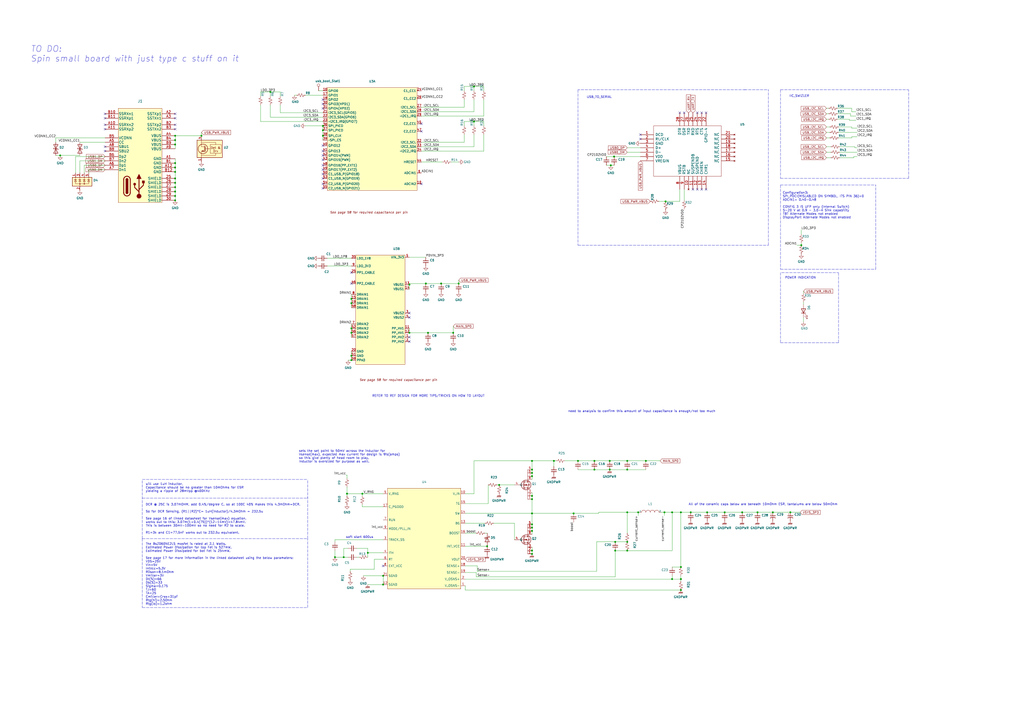
<source format=kicad_sch>
(kicad_sch (version 20211123) (generator eeschema)
  (paper "A2")
  (title_block (title "TEST_SUPPLIES") (date "2023-03-31") (rev "00"))
  (junction (at 222.25 334.01))
  (junction (at 353.695 272.415))
  (junction (at 430.53 297.18))
  (junction (at 321.31 267.335))
  (junction (at 363.855 272.415))
  (junction (at 222.25 339.09))
  (junction (at 308.61 307.975))
  (junction (at 156.845 53.34))
  (junction (at 194.31 323.215))
  (junction (at 101.6 78.74))
  (junction (at 187.325 73.025))
  (junction (at 101.6 106.045))
  (junction (at 370.205 297.18))
  (junction (at 448.31 297.18))
  (junction (at 101.6 97.155))
  (junction (at 101.6 116.205))
  (junction (at 101.6 94.615))
  (junction (at 199.39 323.215))
  (junction (at 282.575 316.865))
  (junction (at 332.74 297.815))
  (junction (at 464.82 142.24))
  (junction (at 237.49 193.04))
  (junction (at 187.325 75.565))
  (junction (at 187.325 78.74))
  (junction (at 266.065 164.465))
  (junction (at 101.6 99.695))
  (junction (at 274.955 70.485))
  (junction (at 394.97 342.265))
  (junction (at 248.285 193.04))
  (junction (at 237.49 165.1))
  (junction (at 353.695 267.335))
  (junction (at 203.835 175.895))
  (junction (at 394.97 328.93))
  (junction (at 363.855 319.405))
  (junction (at 363.855 297.18))
  (junction (at 203.835 206.375))
  (junction (at 400.685 297.18))
  (junction (at 101.6 113.665))
  (junction (at 203.835 173.355))
  (junction (at 247.015 164.465))
  (junction (at 308.61 297.815))
  (junction (at 335.28 267.335))
  (junction (at 308.61 267.335))
  (junction (at 308.61 289.56))
  (junction (at 363.855 314.325))
  (junction (at 363.855 267.335))
  (junction (at 420.37 297.18))
  (junction (at 203.835 208.915))
  (junction (at 101.6 81.28))
  (junction (at 213.36 320.675))
  (junction (at 101.6 111.125))
  (junction (at 101.6 103.505))
  (junction (at 344.805 272.415))
  (junction (at 308.61 276.225))
  (junction (at 203.835 193.04))
  (junction (at 344.805 267.335))
  (junction (at 385.445 297.18))
  (junction (at 389.89 335.915))
  (junction (at 394.97 335.915))
  (junction (at 394.97 297.18))
  (junction (at 34.925 90.17))
  (junction (at 101.6 108.585))
  (junction (at 439.42 297.18))
  (junction (at 201.295 286.385))
  (junction (at 308.61 272.415))
  (junction (at 255.905 164.465))
  (junction (at 308.61 321.31))
  (junction (at 274.955 50.165))
  (junction (at 389.89 297.18))
  (junction (at 308.61 319.405))
  (junction (at 308.61 306.07))
  (junction (at 374.65 267.335))
  (junction (at 116.84 78.74))
  (junction (at 356.87 319.405))
  (junction (at 308.61 287.655))
  (junction (at 356.235 90.805))
  (junction (at 356.87 314.325))
  (junction (at 410.21 297.18))
  (junction (at 101.6 83.82))
  (junction (at 289.56 281.305))
  (junction (at 308.61 304.165))
  (junction (at 458.47 297.18))
  (junction (at 308.61 274.32))
  (junction (at 210.185 286.385))
  (junction (at 386.08 116.84))
  (junction (at 203.835 190.5))
  (junction (at 262.89 193.04))
  (junction (at 354.33 95.885))
  (no_connect (at 409.575 109.855))
  (no_connect (at 401.955 109.855))
  (no_connect (at 407.035 109.855))
  (no_connect (at 404.495 109.855))
  (no_connect (at 187.325 109.22))
  (no_connect (at 187.325 106.68))
  (no_connect (at 187.325 103.505))
  (no_connect (at 394.335 65.405))
  (no_connect (at 371.475 78.105))
  (no_connect (at 371.475 80.645))
  (no_connect (at 101.6 66.04))
  (no_connect (at 237.49 195.58))
  (no_connect (at 237.49 198.12))
  (no_connect (at 187.325 100.965))
  (no_connect (at 187.325 87.63))
  (no_connect (at 187.325 84.455))
  (no_connect (at 203.835 158.115))
  (no_connect (at 203.835 164.465))
  (no_connect (at 187.325 57.785))
  (no_connect (at 222.25 328.295))
  (no_connect (at 187.325 92.71))
  (no_connect (at 187.325 90.17))
  (no_connect (at 187.325 95.885))
  (no_connect (at 187.325 98.425))
  (no_connect (at 404.495 65.405))
  (no_connect (at 407.035 65.405))
  (no_connect (at 409.575 65.405))
  (no_connect (at 396.875 65.405))
  (no_connect (at 187.325 62.865))
  (no_connect (at 187.325 60.325))
  (no_connect (at 244.475 71.755))
  (no_connect (at 244.475 76.2))
  (no_connect (at 244.475 106.68))
  (no_connect (at 237.49 184.15))
  (no_connect (at 237.49 181.61))
  (no_connect (at 101.6 68.58))
  (no_connect (at 101.6 72.39))
  (no_connect (at 60.96 74.93))
  (no_connect (at 60.96 72.39))
  (no_connect (at 60.96 68.58))
  (no_connect (at 60.96 66.04))
  (no_connect (at 101.6 74.93))
  (no_connect (at 60.96 87.63))
  (no_connect (at 60.96 85.09))
  (wire (pts (xy 363.855 272.415) (xy 374.65 272.415)))
  (wire (pts (xy 346.075 314.325) (xy 356.87 314.325)))
  (wire (pts (xy 210.82 334.01) (xy 222.25 334.01)))
  (wire (pts (xy 237.49 164.465) (xy 247.015 164.465)))
  (wire (pts (xy 274.955 267.335) (xy 308.61 267.335)))
  (wire (pts (xy 479.425 85.09) (xy 481.965 85.09)))
  (wire (pts (xy 217.17 330.2) (xy 203.2 330.2)))
  (wire (pts (xy 151.13 70.485) (xy 187.325 70.485)))
  (wire (pts (xy 101.6 94.615) (xy 101.6 97.155)))
  (wire (pts (xy 280.67 50.165) (xy 274.955 50.165)))
  (wire (pts (xy 162.56 65.405) (xy 162.56 60.96)))
  (wire (pts (xy 203.835 208.915) (xy 201.93 208.915)))
  (wire (pts (xy 269.875 342.265) (xy 394.97 342.265)))
  (polyline (pts (xy 452.755 103.505) (xy 527.05 103.505)))
  (wire (pts (xy 201.93 318.135) (xy 199.39 318.135)))
  (polyline (pts (xy 178.435 352.425) (xy 178.435 312.42)))
  (wire (pts (xy 237.49 149.225) (xy 247.015 149.225)))
  (wire (pts (xy 177.165 55.245) (xy 187.325 55.245)))
  (wire (pts (xy 203.835 173.355) (xy 203.835 175.895)))
  (wire (pts (xy 308.61 297.815) (xy 332.74 297.815)))
  (wire (pts (xy 101.6 81.28) (xy 101.6 83.82)))
  (wire (pts (xy 308.61 272.415) (xy 308.61 274.32)))
  (wire (pts (xy 479.425 66.04) (xy 480.695 66.04)))
  (wire (pts (xy 101.6 83.82) (xy 101.6 86.36)))
  (wire (pts (xy 308.61 285.75) (xy 308.61 287.655)))
  (wire (pts (xy 496.57 69.85) (xy 492.76 69.85)))
  (wire (pts (xy 184.785 52.705) (xy 187.325 52.705)))
  (wire (pts (xy 101.6 78.74) (xy 101.6 81.28)))
  (wire (pts (xy 288.29 281.305) (xy 289.56 281.305)))
  (polyline (pts (xy 445.77 142.24) (xy 445.77 52.07)))
  (wire (pts (xy 281.305 309.245) (xy 282.575 309.245)))
  (wire (pts (xy 274.955 70.485) (xy 274.955 73.025)))
  (wire (pts (xy 283.21 292.1) (xy 269.875 292.1)))
  (wire (pts (xy 51.435 98.425) (xy 51.435 100.33)))
  (wire (pts (xy 394.97 334.01) (xy 394.97 335.915)))
  (wire (pts (xy 396.875 109.855) (xy 396.875 116.205)))
  (wire (pts (xy 217.17 324.485) (xy 217.17 330.2)))
  (wire (pts (xy 289.56 281.305) (xy 298.45 281.305)))
  (wire (pts (xy 493.395 67.31) (xy 493.395 66.04)))
  (wire (pts (xy 60.96 90.805) (xy 43.815 90.805)))
  (wire (pts (xy 298.45 303.53) (xy 286.385 303.53)))
  (wire (pts (xy 248.285 193.04) (xy 237.49 193.04)))
  (wire (pts (xy 32.385 80.01) (xy 32.385 82.55)))
  (wire (pts (xy 394.97 297.18) (xy 400.685 297.18)))
  (wire (pts (xy 269.875 297.815) (xy 308.61 297.815)))
  (wire (pts (xy 497.205 79.375) (xy 494.03 79.375)))
  (polyline (pts (xy 452.755 107.315) (xy 508 107.315)))
  (wire (pts (xy 46.355 82.55) (xy 60.96 82.55)))
  (wire (pts (xy 458.47 297.18) (xy 464.185 297.18)))
  (wire (pts (xy 448.31 297.18) (xy 458.47 297.18)))
  (wire (pts (xy 274.955 85.09) (xy 244.475 85.09)))
  (wire (pts (xy 276.225 332.105) (xy 276.225 334.645)))
  (wire (pts (xy 385.445 297.18) (xy 389.89 297.18)))
  (wire (pts (xy 479.425 80.01) (xy 481.33 80.01)))
  (wire (pts (xy 203.835 203.835) (xy 203.835 206.375)))
  (wire (pts (xy 269.24 82.55) (xy 244.475 82.55)))
  (wire (pts (xy 276.86 331.47) (xy 346.075 331.47)))
  (wire (pts (xy 199.39 323.215) (xy 201.93 323.215)))
  (wire (pts (xy 187.325 73.025) (xy 187.325 75.565)))
  (wire (pts (xy 101.6 92.075) (xy 101.6 94.615)))
  (wire (pts (xy 494.03 73.66) (xy 486.41 73.66)))
  (wire (pts (xy 385.445 297.18) (xy 385.445 299.085)))
  (wire (pts (xy 201.295 286.385) (xy 210.185 286.385)))
  (wire (pts (xy 280.67 67.31) (xy 244.475 67.31)))
  (wire (pts (xy 269.24 62.23) (xy 269.24 57.785)))
  (wire (pts (xy 269.875 332.105) (xy 276.225 332.105)))
  (wire (pts (xy 466.09 168.91) (xy 466.09 170.18)))
  (wire (pts (xy 464.82 133.35) (xy 464.82 135.89)))
  (wire (pts (xy 353.695 267.335) (xy 363.855 267.335)))
  (wire (pts (xy 496.57 67.31) (xy 493.395 67.31)))
  (wire (pts (xy 201.295 282.575) (xy 201.295 286.385)))
  (wire (pts (xy 261.62 93.98) (xy 266.065 93.98)))
  (wire (pts (xy 203.835 206.375) (xy 203.835 208.915)))
  (polyline (pts (xy 486.41 198.755) (xy 486.41 158.115)))
  (wire (pts (xy 280.67 70.485) (xy 280.67 73.025)))
  (wire (pts (xy 281.305 303.53) (xy 269.875 303.53)))
  (wire (pts (xy 269.875 342.265) (xy 269.875 339.725)))
  (wire (pts (xy 363.855 88.265) (xy 371.475 88.265)))
  (wire (pts (xy 60.96 98.425) (xy 51.435 98.425)))
  (wire (pts (xy 497.205 85.725) (xy 495.935 85.725)))
  (wire (pts (xy 370.205 297.18) (xy 370.205 299.085)))
  (wire (pts (xy 308.61 297.815) (xy 308.61 304.165)))
  (polyline (pts (xy 452.755 107.315) (xy 452.755 156.21)))
  (polyline (pts (xy 432.435 52.07) (xy 335.28 52.07)))
  (wire (pts (xy 492.76 69.215) (xy 485.775 69.215)))
  (wire (pts (xy 382.27 116.84) (xy 386.08 116.84)))
  (wire (pts (xy 370.205 297.18) (xy 363.855 297.18)))
  (wire (pts (xy 493.395 66.04) (xy 485.775 66.04)))
  (polyline (pts (xy 452.755 198.755) (xy 486.41 198.755)))
  (wire (pts (xy 237.49 167.64) (xy 237.49 165.1)))
  (wire (pts (xy 177.165 73.025) (xy 187.325 73.025)))
  (wire (pts (xy 497.205 74.295) (xy 494.03 74.295)))
  (wire (pts (xy 308.61 319.405) (xy 308.61 321.31)))
  (wire (pts (xy 321.31 270.51) (xy 321.31 267.335)))
  (wire (pts (xy 487.045 88.265) (xy 497.205 88.265)))
  (wire (pts (xy 269.875 335.915) (xy 389.89 335.915)))
  (wire (pts (xy 43.815 90.805) (xy 43.815 100.33)))
  (wire (pts (xy 151.13 53.34) (xy 151.13 55.88)))
  (wire (pts (xy 187.325 75.565) (xy 187.325 78.74)))
  (wire (pts (xy 101.6 111.125) (xy 101.6 113.665)))
  (wire (pts (xy 189.865 149.86) (xy 203.835 149.86)))
  (wire (pts (xy 32.385 90.17) (xy 34.925 90.17)))
  (polyline (pts (xy 82.55 278.765) (xy 82.55 312.42)))
  (wire (pts (xy 439.42 297.18) (xy 448.31 297.18)))
  (wire (pts (xy 213.36 320.675) (xy 213.36 318.135)))
  (polyline (pts (xy 453.39 158.115) (xy 486.41 158.115)))
  (wire (pts (xy 347.345 297.18) (xy 347.345 297.815)))
  (wire (pts (xy 210.185 286.385) (xy 210.185 287.655)))
  (wire (pts (xy 308.61 304.165) (xy 308.61 306.07)))
  (wire (pts (xy 222.25 320.675) (xy 213.36 320.675)))
  (wire (pts (xy 335.28 272.415) (xy 344.805 272.415)))
  (wire (pts (xy 356.87 319.405) (xy 356.87 334.645)))
  (wire (pts (xy 353.695 272.415) (xy 363.855 272.415)))
  (wire (pts (xy 389.89 319.405) (xy 389.89 297.18)))
  (wire (pts (xy 274.955 50.165) (xy 274.955 52.705)))
  (wire (pts (xy 363.855 297.18) (xy 363.855 309.245)))
  (polyline (pts (xy 452.755 52.07) (xy 452.755 103.505)))
  (wire (pts (xy 213.36 320.675) (xy 213.36 323.215)))
  (wire (pts (xy 266.065 162.56) (xy 266.065 164.465)))
  (wire (pts (xy 298.45 313.055) (xy 298.45 303.53)))
  (wire (pts (xy 356.87 319.405) (xy 363.855 319.405)))
  (wire (pts (xy 363.855 319.405) (xy 389.89 319.405)))
  (wire (pts (xy 274.955 57.785) (xy 274.955 64.77)))
  (wire (pts (xy 462.28 142.24) (xy 464.82 142.24)))
  (wire (pts (xy 327.66 267.335) (xy 335.28 267.335)))
  (wire (pts (xy 308.61 307.975) (xy 308.61 309.88)))
  (wire (pts (xy 495.935 85.725) (xy 495.935 85.09)))
  (wire (pts (xy 269.875 286.385) (xy 274.955 286.385)))
  (wire (pts (xy 420.37 297.18) (xy 430.53 297.18)))
  (wire (pts (xy 354.33 95.885) (xy 356.235 95.885)))
  (wire (pts (xy 351.79 95.885) (xy 354.33 95.885)))
  (wire (pts (xy 170.815 55.245) (xy 172.085 55.245)))
  (wire (pts (xy 495.935 85.09) (xy 487.045 85.09)))
  (wire (pts (xy 335.28 267.335) (xy 344.805 267.335)))
  (wire (pts (xy 101.6 97.155) (xy 101.6 99.695)))
  (wire (pts (xy 222.25 294.005) (xy 210.185 294.005)))
  (wire (pts (xy 497.205 90.805) (xy 495.3 90.805)))
  (wire (pts (xy 394.335 116.84) (xy 386.08 116.84)))
  (wire (pts (xy 201.295 286.385) (xy 201.295 287.655)))
  (wire (pts (xy 194.31 323.215) (xy 199.39 323.215)))
  (wire (pts (xy 283.21 281.305) (xy 283.21 292.1)))
  (wire (pts (xy 382.905 267.335) (xy 374.65 267.335)))
  (polyline (pts (xy 431.8 52.07) (xy 445.77 52.07)))
  (wire (pts (xy 344.805 272.415) (xy 353.695 272.415)))
  (wire (pts (xy 494.03 64.77) (xy 494.03 62.865)))
  (wire (pts (xy 34.925 90.17) (xy 46.355 90.17)))
  (wire (pts (xy 363.855 267.335) (xy 374.65 267.335)))
  (wire (pts (xy 389.89 328.93) (xy 394.97 328.93)))
  (wire (pts (xy 394.97 335.915) (xy 394.97 337.185)))
  (polyline (pts (xy 335.28 142.24) (xy 445.77 142.24)))
  (wire (pts (xy 274.955 70.485) (xy 269.24 70.485)))
  (wire (pts (xy 46.355 93.345) (xy 46.355 100.33)))
  (wire (pts (xy 269.875 316.865) (xy 282.575 316.865)))
  (wire (pts (xy 344.805 267.335) (xy 353.695 267.335)))
  (polyline (pts (xy 178.435 312.42) (xy 178.435 278.13)))
  (wire (pts (xy 492.76 69.85) (xy 492.76 69.215)))
  (wire (pts (xy 276.225 334.645) (xy 356.87 334.645)))
  (wire (pts (xy 101.6 103.505) (xy 101.6 106.045)))
  (wire (pts (xy 151.13 53.34) (xy 156.845 53.34)))
  (wire (pts (xy 347.345 297.18) (xy 363.855 297.18)))
  (wire (pts (xy 101.6 108.585) (xy 101.6 111.125)))
  (wire (pts (xy 276.86 328.295) (xy 276.86 331.47)))
  (wire (pts (xy 280.67 70.485) (xy 274.955 70.485)))
  (wire (pts (xy 200.66 275.59) (xy 201.295 275.59)))
  (wire (pts (xy 466.09 175.26) (xy 466.09 176.53)))
  (wire (pts (xy 101.6 113.665) (xy 101.6 116.205)))
  (wire (pts (xy 494.03 80.01) (xy 486.41 80.01)))
  (polyline (pts (xy 452.755 52.07) (xy 527.05 52.07)))
  (wire (pts (xy 389.89 335.915) (xy 394.97 335.915)))
  (wire (pts (xy 210.185 286.385) (xy 222.25 286.385)))
  (wire (pts (xy 370.84 297.18) (xy 370.205 297.18)))
  (wire (pts (xy 280.67 87.63) (xy 280.67 78.105)))
  (polyline (pts (xy 82.55 288.925) (xy 178.435 288.925)))
  (wire (pts (xy 222.25 324.485) (xy 217.17 324.485)))
  (wire (pts (xy 237.49 165.1) (xy 237.49 164.465)))
  (wire (pts (xy 222.25 334.01) (xy 222.25 339.09)))
  (wire (pts (xy 464.82 140.97) (xy 464.82 142.24)))
  (wire (pts (xy 486.41 76.835) (xy 497.205 76.835)))
  (wire (pts (xy 321.31 267.335) (xy 322.58 267.335)))
  (wire (pts (xy 201.295 275.59) (xy 201.295 277.495)))
  (wire (pts (xy 60.96 93.345) (xy 46.355 93.345)))
  (wire (pts (xy 280.67 67.31) (xy 280.67 57.785)))
  (wire (pts (xy 274.955 267.335) (xy 274.955 286.385)))
  (wire (pts (xy 332.74 297.815) (xy 347.345 297.815)))
  (wire (pts (xy 194.31 319.405) (xy 194.31 323.215)))
  (wire (pts (xy 308.61 267.335) (xy 321.31 267.335)))
  (wire (pts (xy 60.96 95.885) (xy 48.895 95.885)))
  (wire (pts (xy 280.67 50.165) (xy 280.67 52.705)))
  (wire (pts (xy 156.845 53.34) (xy 156.845 55.88)))
  (wire (pts (xy 48.895 95.885) (xy 48.895 100.33)))
  (wire (pts (xy 101.6 78.74) (xy 116.84 78.74)))
  (wire (pts (xy 479.425 88.265) (xy 481.965 88.265)))
  (wire (pts (xy 269.24 82.55) (xy 269.24 78.105)))
  (wire (pts (xy 389.89 334.01) (xy 389.89 335.915)))
  (wire (pts (xy 269.24 50.165) (xy 269.24 52.705)))
  (wire (pts (xy 430.53 297.18) (xy 439.42 297.18)))
  (polyline (pts (xy 452.755 156.21) (xy 508 156.21)))
  (polyline (pts (xy 82.55 312.42) (xy 178.435 312.42)))
  (wire (pts (xy 116.84 76.835) (xy 116.84 78.74)))
  (wire (pts (xy 101.6 99.695) (xy 101.6 103.505)))
  (wire (pts (xy 308.61 306.07) (xy 308.61 307.975)))
  (wire (pts (xy 494.03 62.865) (xy 485.775 62.865)))
  (wire (pts (xy 351.79 90.805) (xy 356.235 90.805)))
  (wire (pts (xy 308.61 267.335) (xy 308.61 272.415)))
  (wire (pts (xy 247.015 164.465) (xy 255.905 164.465)))
  (wire (pts (xy 494.03 74.295) (xy 494.03 73.66)))
  (wire (pts (xy 156.845 60.96) (xy 156.845 67.945)))
  (wire (pts (xy 356.87 314.325) (xy 363.855 314.325)))
  (wire (pts (xy 151.13 70.485) (xy 151.13 60.96)))
  (wire (pts (xy 356.235 90.805) (xy 371.475 90.805)))
  (wire (pts (xy 203.835 190.5) (xy 203.835 193.04)))
  (polyline (pts (xy 508 156.21) (xy 508 107.315)))
  (wire (pts (xy 308.61 276.225) (xy 308.61 278.13)))
  (wire (pts (xy 207.01 323.215) (xy 208.28 323.215)))
  (wire (pts (xy 479.425 76.835) (xy 481.33 76.835)))
  (wire (pts (xy 495.3 90.805) (xy 495.3 91.44)))
  (wire (pts (xy 203.835 170.815) (xy 203.835 173.355)))
  (polyline (pts (xy 82.55 312.42) (xy 82.55 352.425)))
  (wire (pts (xy 308.61 274.32) (xy 308.61 276.225)))
  (wire (pts (xy 189.865 154.305) (xy 203.835 154.305)))
  (wire (pts (xy 269.875 309.245) (xy 276.225 309.245)))
  (wire (pts (xy 222.25 313.055) (xy 194.31 313.055)))
  (wire (pts (xy 203.835 187.96) (xy 203.835 190.5)))
  (wire (pts (xy 203.2 330.2) (xy 203.2 331.47)))
  (wire (pts (xy 199.39 318.135) (xy 199.39 323.215)))
  (polyline (pts (xy 335.28 52.07) (xy 335.28 142.24)))
  (wire (pts (xy 269.24 70.485) (xy 269.24 73.025)))
  (wire (pts (xy 394.97 297.18) (xy 394.97 328.93)))
  (wire (pts (xy 262.89 189.23) (xy 262.89 193.04)))
  (wire (pts (xy 156.845 53.34) (xy 162.56 53.34)))
  (wire (pts (xy 162.56 65.405) (xy 187.325 65.405)))
  (wire (pts (xy 280.67 87.63) (xy 244.475 87.63)))
  (polyline (pts (xy 527.05 103.505) (xy 527.05 52.07)))
  (wire (pts (xy 495.3 91.44) (xy 487.045 91.44)))
  (wire (pts (xy 400.685 297.18) (xy 410.21 297.18)))
  (wire (pts (xy 274.955 78.105) (xy 274.955 85.09)))
  (wire (pts (xy 410.21 297.18) (xy 420.37 297.18)))
  (wire (pts (xy 269.875 328.295) (xy 276.86 328.295)))
  (wire (pts (xy 101.6 106.045) (xy 101.6 108.585)))
  (wire (pts (xy 156.845 67.945) (xy 187.325 67.945)))
  (wire (pts (xy 194.31 313.055) (xy 194.31 314.325)))
  (wire (pts (xy 162.56 53.34) (xy 162.56 55.88)))
  (wire (pts (xy 237.49 193.04) (xy 237.49 190.5)))
  (wire (pts (xy 496.57 64.77) (xy 494.03 64.77)))
  (polyline (pts (xy 82.55 278.13) (xy 178.435 278.13)))
  (wire (pts (xy 466.09 184.15) (xy 466.09 186.69)))
  (polyline (pts (xy 82.55 352.425) (xy 178.435 352.425)))
  (wire (pts (xy 187.325 78.74) (xy 187.325 81.28)))
  (wire (pts (xy 479.425 73.66) (xy 481.33 73.66)))
  (wire (pts (xy 203.835 193.04) (xy 203.835 195.58)))
  (polyline (pts (xy 452.755 158.115) (xy 452.755 198.755)))
  (wire (pts (xy 213.36 339.09) (xy 222.25 339.09)))
  (polyline (pts (xy 178.435 288.925) (xy 178.435 288.29)))
  (wire (pts (xy 308.61 317.5) (xy 308.61 319.405)))
  (wire (pts (xy 479.425 69.215) (xy 480.695 69.215)))
  (wire (pts (xy 389.89 297.18) (xy 394.97 297.18)))
  (wire (pts (xy 274.955 50.165) (xy 269.24 50.165)))
  (wire (pts (xy 346.075 331.47) (xy 346.075 314.325)))
  (wire (pts (xy 255.905 164.465) (xy 266.065 164.465)))
  (wire (pts (xy 383.54 297.18) (xy 385.445 297.18)))
  (wire (pts (xy 269.24 62.23) (xy 244.475 62.23)))
  (wire (pts (xy 479.425 62.865) (xy 480.695 62.865)))
  (wire (pts (xy 394.335 109.855) (xy 394.335 116.84)))
  (wire (pts (xy 210.185 294.005) (xy 210.185 292.735)))
  (wire (pts (xy 494.03 79.375) (xy 494.03 80.01)))
  (wire (pts (xy 203.835 175.895) (xy 203.835 178.435)))
  (wire (pts (xy 262.89 193.04) (xy 248.285 193.04)))
  (wire (pts (xy 479.425 91.44) (xy 481.965 91.44)))
  (wire (pts (xy 308.61 287.655) (xy 308.61 289.56)))
  (wire (pts (xy 244.475 93.98) (xy 256.54 93.98)))
  (wire (pts (xy 207.01 318.135) (xy 213.36 318.135)))
  (wire (pts (xy 32.385 80.01) (xy 60.96 80.01)))
  (wire (pts (xy 274.955 64.77) (xy 244.475 64.77)))
  (wire (pts (xy 363.855 85.725) (xy 371.475 85.725)))
  (wire (pts (xy 308.61 289.56) (xy 308.61 297.815)))
  (text "soft start 600us\n" (at 200.66 312.42 0) (effects (font (size 1.27 1.27)) (justify left bottom)))
  (text "The BsZ060NE2LS mosfet is rated at 2.1 Watts. \nEstimated Power Dissipation for top Fet is 527mW.\nEstimated Power Dissipated for bot Fet is 254mW.\n\nSee page 17 for more information in the linked datasheet using the below paramaters:\nVDS=25V\nVin=5V\nIntVcc=5.3V\nRDson=8.1mOhm\nVmiller=3V\nDt(%)=66\nDb(%)=33\nSigma=0.175\nTJ=60\nTA=25\nCmiller=Crss=31pF\nRtg(hi)=2.5Ohm\nRtg(lo)=1.2ohm" (at 84.455 351.155 0) (effects (font (size 1.27 1.27)) (justify left bottom)))
  (text "need to analysis to confirm this amount of input capacitance is enough/not too much" (at 329.565 239.395 0) (effects (font (size 1.27 1.27)) (justify left bottom)))
  (text "DCR @ 25C is 3.07mOHM, add 0.4%/degree C. so at 100C 40% makes this 4.3mOhm=DCR.\n\nSo for DCR Sensing, (R1||R2)*C= 1uH(inductor)/4.3mOhm = 232.5u\n\nSee page 16 of linked datasheet for Vsense(max) equation.\nworks out to this: 3.07m(1+0.4(75))*(12-14mV)=47.84mV.\nThis is between 30mV-100mV so no need for R2 to scale.\n\nR1=3k and C1=77.5nF works out to 232.5u equivalent. " (at 84.455 309.88 0) (effects (font (size 1.27 1.27)) (justify left bottom)))
  (text "IIC_SWIZLER\n" (at 457.835 56.515 0) (effects (font (size 1.27 1.27)) (justify left bottom)))
  (text "REFER TO REF DESIGN FOR MORE TIPS/TRICKS ON HOW TO LAYOUT\n" (at 215.9 230.505 0) (effects (font (size 1.27 1.27)) (justify left bottom)))
  (text "All of the ceramic caps below are beneath 10mOhm ESR, tantalums are below 50mOhm" (at 399.415 293.37 0) (effects (font (size 1.27 1.27)) (justify left bottom)))
  (text "will use 1uH inductor, \nCapacitance should be no greater than 10mOhms for ESR\nyielding a ripple of 28mVpp @400KHz" (at 84.455 285.75 0) (effects (font (size 1.27 1.27)) (justify left bottom)))
  (text "POWER INDICATION\n" (at 455.295 161.925 0) (effects (font (size 1.27 1.27)) (justify left bottom)))
  (text "USB_TO_SERIAL\n" (at 340.36 57.15 0) (effects (font (size 1.27 1.27)) (justify left bottom)))
  (text "TO DO: \nSpin small board with just type c stuff on it" (at 17.78 36.195 0) (effects (font (size 3.5 3.5) italic) (justify left bottom)))
  (text "Configuration3:\nSPI_POCI(MISLABLED ON SYMBOL, ITS PIN 36)=0\nADCIN1= 0.40-0.48\n\nCONFIG 3 IS UFP only (Internal Switch)\n5-20 V at 0.9 - 3.0-A Sink capability\nTBT Alternate Modes not enabled\nDisplayPort Alternate Modes not enabled\n" (at 454.025 127 0) (effects (font (size 1.27 1.27)) (justify left bottom)))
  (text "sets the set point to 50mV across the inductor for  \nVsense(max), expected max current for design is 9is(amps) \nso this give plenty of head room to play. \nInductor is oversized for purpose as well." (at 173.355 268.605 0) (effects (font (size 1.27 1.27)) (justify left bottom)))
  (label "Sense+" (at 276.86 331.47 0))
  (label "I2C1_SDA" (at 496.57 67.31 0))
  (label "I2C2_SCL" (at 245.745 82.55 0))
  (label "I2C2_SDA" (at 497.205 76.835 0))
  (label "current_sense-" (at 385.445 299.085 270))
  (label "LDO_1P8" (at 193.04 149.86 0))
  (label "V_RNG" (at 210.82 286.385 0))
  (label "DRAIN2" (at 203.835 187.96 180))
  (label "int_vcc" (at 200.66 275.59 180))
  (label "current_sense+" (at 370.205 299.085 270))
  (label "Sense-" (at 276.86 334.645 0))
  (label "LDO_3P3" (at 151.13 53.34 0))
  (label "I2C3_SCL" (at 497.205 85.725 0))
  (label "ADCIN1" (at 244.475 100.33 0))
  (label "I2C1_IRQ" (at 245.745 67.31 0))
  (label "boost" (at 332.74 302.895 270))
  (label "I2C1_SDA" (at 245.745 64.77 0))
  (label "I2C3_SDA" (at 497.205 88.265 0))
  (label "CP2102VDD" (at 396.875 121.285 270))
  (label "I2C3_IRQ" (at 497.205 90.805 0))
  (label "ADCIN1" (at 462.28 142.24 180))
  (label "I2C3_SDA" (at 184.785 67.945 180))
  (label "VCONN1_CC1" (at 46.355 82.55 180))
  (label "int_vcc" (at 222.25 306.705 180))
  (label "I2C2_SDA" (at 245.745 85.09 0))
  (label "LDO_3P3" (at 464.82 133.35 0))
  (label "I2C2_IRQ" (at 245.745 87.63 0))
  (label "int_vcc" (at 272.415 316.865 0))
  (label "LDO_3P3" (at 280.67 70.485 180))
  (label "I2C3_SCL" (at 184.785 65.405 180))
  (label "LDO_3P3" (at 193.675 154.305 0))
  (label "I2C1_IRQ" (at 496.57 69.85 0))
  (label "I2C3_IRQ" (at 184.785 70.485 180))
  (label "boost" (at 270.51 309.245 0))
  (label "CP2102VDD" (at 351.79 90.805 180))
  (label "LDO_3P3" (at 280.67 50.165 180))
  (label "PDVIN_3P3" (at 247.015 149.225 0))
  (label "I2C2_SCL" (at 497.205 74.295 0))
  (label "VCONN1_CC2" (at 32.385 80.01 180))
  (label "DRAIN1" (at 203.835 170.815 180))
  (label "I2C1_SCL" (at 496.57 64.77 0))
  (label "I2C1_SCL" (at 245.745 62.23 0))
  (label "VCONN1_CC1" (at 244.475 52.705 0))
  (label "I2C2_IRQ" (at 497.205 79.375 0))
  (label "VCONN1_CC2" (at 244.475 57.15 0))
  (label "HRESET" (at 247.015 93.98 0))
  (global_label "USB_PWR_VBUS" (shape input) (at 266.065 162.56 0) (property "Intersheet References" "${INTERSHEET_REFS}" (effects hide)))
  (global_label "USB_PWR_VBUS" (shape input) (at 377.19 116.84 180) (property "Intersheet References" "${INTERSHEET_REFS}" (effects hide)))
  (global_label "USB_PWR_VBUS" (shape input) (at 466.09 168.91 0) (property "Intersheet References" "${INTERSHEET_REFS}" (effects hide)))
  (global_label "USB1_DP" (shape input) (at 60.96 90.805 180) (property "Intersheet References" "${INTERSHEET_REFS}" (effects hide)))
  (global_label "MAIN_5P0" (shape input) (at 262.89 189.23 0) (property "Intersheet References" "${INTERSHEET_REFS}" (effects hide)))
  (global_label "USB_I2C_SCL" (shape input) (at 479.425 62.865 180) (property "Intersheet References" "${INTERSHEET_REFS}" (effects hide)))
  (global_label "USB_I2C_SDA" (shape input) (at 479.425 76.835 180) (property "Intersheet References" "${INTERSHEET_REFS}" (effects hide)))
  (global_label "USB0_DM" (shape input) (at 60.96 98.425 180) (property "Intersheet References" "${INTERSHEET_REFS}" (effects hide)))
  (global_label "UART_RX" (shape input) (at 399.415 65.405 90) (property "Intersheet References" "${INTERSHEET_REFS}" (effects hide)))
  (global_label "USB_I2C_SCL" (shape input) (at 479.425 73.66 180) (property "Intersheet References" "${INTERSHEET_REFS}" (effects hide)))
  (global_label "USB_I2C_IRQ" (shape input) (at 479.425 80.01 180) (property "Intersheet References" "${INTERSHEET_REFS}" (effects hide)))
  (global_label "USB_I2C_SDA" (shape input) (at 479.425 66.04 180) (property "Intersheet References" "${INTERSHEET_REFS}" (effects hide)))
  (global_label "USB0_DP" (shape input) (at 363.855 85.725 180) (property "Intersheet References" "${INTERSHEET_REFS}" (effects hide)))
  (global_label "USB0_DP" (shape input) (at 60.96 95.885 180) (property "Intersheet References" "${INTERSHEET_REFS}" (effects hide)))
  (global_label "MAIN_5P0" (shape input) (at 382.905 267.335 0) (property "Intersheet References" "${INTERSHEET_REFS}" (effects hide)))
  (global_label "USB_I2C_SDA" (shape input) (at 479.425 88.265 180) (property "Intersheet References" "${INTERSHEET_REFS}" (effects hide)))
  (global_label "USB1_DM" (shape input) (at 60.96 93.345 180) (property "Intersheet References" "${INTERSHEET_REFS}" (effects hide)))
  (global_label "USB_PWR_VBUS" (shape input) (at 116.84 76.835 0) (property "Intersheet References" "${INTERSHEET_REFS}" (effects hide)))
  (global_label "VSYS_3P3" (shape input) (at 269.875 324.485 0) (property "Intersheet References" "${INTERSHEET_REFS}" (effects hide)))
  (global_label "USB0_DM" (shape input) (at 363.855 88.265 180) (property "Intersheet References" "${INTERSHEET_REFS}" (effects hide)))
  (global_label "UART_TX" (shape input) (at 401.955 65.405 90) (property "Intersheet References" "${INTERSHEET_REFS}" (effects hide)))
  (global_label "VSYS_3P3" (shape input) (at 464.185 297.18 0) (property "Intersheet References" "${INTERSHEET_REFS}" (effects hide)))
  (global_label "USB_I2C_IRQ" (shape input) (at 479.425 91.44 180) (property "Intersheet References" "${INTERSHEET_REFS}" (effects hide)))
  (global_label "USB_I2C_SCL" (shape input) (at 479.425 85.09 180) (property "Intersheet References" "${INTERSHEET_REFS}" (effects hide)))
  (global_label "USB_I2C_IRQ" (shape input) (at 479.425 69.215 180) (property "Intersheet References" "${INTERSHEET_REFS}" (effects hide)))
  (global_label "USB_PWR_VBUS" (shape input) (at 371.475 93.345 270) (property "Intersheet References" "${INTERSHEET_REFS}" (effects hide)))
  (symbol (lib_id "power:GND") (at 210.82 334.01 0) (unit 1)
    (property "Reference" "#PWR0130" (effects hide))
  )
  (symbol (lib_id "power:GNDPWR") (at 400.685 302.26 0) (unit 1)
    (property "Reference" "#PWR0116" (effects hide))
  )
  (symbol (lib_id "power:GND") (at 101.6 116.205 0) (unit 1)
    (property "Reference" "#PWR0107" (effects hide))
  )
  (symbol (lib_id "power:GND") (at 466.09 186.69 0) (mirror y) (unit 1)
    (property "Reference" "#PWR0123" (effects hide))
  )
  (symbol (lib_id "Device:R_Small_US") (at 363.855 316.865 0) (mirror x) (unit 1) (in_bom no)
    (property "Reference" "R27" (at 368.3 318.135 90) (effects (justify right)))
  )
  (symbol (lib_id "Device:R_Small_US") (at 210.82 323.215 270) (mirror x) (unit 1)
    (property "Reference" "R13" (at 212.09 321.31 90) (effects (justify right)))
  )
  (symbol (lib_id "Device:D_Schottky") (at 282.575 313.055 270) (unit 1)
    (property "Reference" "D5" (at 284.607 311.9028 90) (effects (justify left)))
    (property "Datasheet" "https://media.digikey.com/pdf/Data%20Sheets/ON%20Semiconductor%20PDFs/BAT54XV2T1-D.pdf" (effects hide))
    (property "Digikey" "https://www.digikey.com/en/products/detail/onsemi/BAT54XV2T1/661724" (effects hide))
  )
  (symbol (lib_id "power:GNDPWR") (at 289.56 286.385 0) (unit 1)
    (property "Reference" "#PWR0124" (effects hide))
  )
  (symbol (lib_id "Device:C_Small") (at 356.87 316.865 0) (mirror x) (unit 1)
    (property "Reference" "C20" (at 354.5459 316.0239 0) (effects (justify right)))
  )
  (symbol (lib_id "Device:R_Small_US") (at 483.235 69.215 90) (unit 1)
    (property "Reference" "R38" (at 485.775 67.945 90) (effects (justify right)))
  )
  (symbol (lib_id "Device:C_Small") (at 204.47 323.215 270) (mirror x) (unit 1)
    (property "Reference" "C5" (at 201.295 326.39 90))
    (property "$" "0.1" (effects hide))
  )
  (symbol (lib_id "power:GNDPWR") (at 410.21 302.26 0) (unit 1)
    (property "Reference" "#PWR0121" (effects hide))
  )
  (symbol (lib_id "power:GND") (at 247.015 169.545 0) (mirror y) (unit 1)
    (property "Reference" "#PWR0140" (effects hide))
  )
  (symbol (lib_id "power:GND") (at 177.165 73.025 270) (mirror x) (unit 1)
    (property "Reference" "#PWR0109" (effects hide))
  )
  (symbol (lib_id "Device:C_Small") (at 187.325 149.86 270) (mirror x) (unit 1)
    (property "Reference" "C1" (at 189.23 147.32 90) (effects (justify left)))
    (property "Datasheet" "https://media.digikey.com/pdf/Data%20Sheets/Samsung%20PDFs/CL10B475KQ8NQNC_Spec.pdf" (effects hide))
    (property "mfn#" "CL10B475KQ8NQNC" (effects hide))
    (property "Digikey" "https://www.digikey.com/en/products/detail/nextgen-https://www.digikey.com/en/products/detail/samsung-electro-mechanics/CL10B475KQ8NQNC/3887745" (effects hide))
    (property "$" "0.16" (effects hide))
  )
  (symbol (lib_id "power:GNDPWR") (at 430.53 302.26 0) (unit 1)
    (property "Reference" "#PWR0118" (effects hide))
  )
  (symbol (lib_id "Device:C_Small") (at 389.89 331.47 0) (mirror x) (unit 1) (in_bom no)
    (property "Reference" "C23" (at 387.5659 330.6289 0) (effects (justify right)))
    (property "Datasheet" "https://datasheets.kyocera-avx.com/X7RDielectric.pdf" (effects hide))
    (property "mfn#" "0402YC103KAT2A" (effects hide))
    (property "Digikey" "https://www.digikey.com/en/products/detail/kyocera-avx/0402YC103KAT2A/563224" (effects hide))
    (property "$" "0.1" (effects hide))
  )
  (symbol (lib_id "Device:C_Small") (at 351.79 93.345 0) (mirror y) (unit 1)
    (property "Reference" "C17" (at 349.4659 92.5166 0) (effects (justify left)))
    (property "$" "0.16" (effects hide))
  )
  (symbol (lib_id "Device:C_Small") (at 266.065 167.005 0) (unit 1)
    (property "Reference" "C11" (at 268.3891 166.1766 0) (effects (justify left)))
    (property "Datasheet" "https://datasheets.kyocera-avx.com/X7RDielectric.pdf" (effects hide))
    (property "mfn#" "0402YC103KAT2A" (effects hide))
    (property "Digikey" "https://www.digikey.com/en/products/detail/kyocera-avx/0402YC103KAT2A/563224" (effects hide))
    (property "$" "0.10" (effects hide))
  )
  (symbol (lib_id "Device:C_Small") (at 400.685 299.72 0) (unit 1)
    (property "Reference" "C24" (at 403.0091 298.8916 0) (effects (justify left)))
    (property "Datasheet" "https://connect.kemet.com:7667/gateway/IntelliData-ComponentDocumentation/1.0/download/specsheet/C0402C105M8PACTU" (effects hide))
    (property "Digikey" "https://www.digikey.com/en/products/detail/kemet/C0402C105M8PAC7867/2196249?s=N4IgTCBcDaIMIAYAsCxwIwIKwFkAcACgIJwAqAqiALoC%2BQA" (effects hide))
  )
  (symbol (lib_id "Device:R_Small_US") (at 174.625 55.245 90) (unit 1)
    (property "Reference" "R8" (at 177.165 53.975 90) (effects (justify right)))
  )
  (symbol (lib_id "power:GNDPWR") (at 321.31 275.59 0) (unit 1)
    (property "Reference" "#PWR0113" (effects hide))
  )
  (symbol (lib_id "power:GND") (at 184.785 149.86 270) (unit 1)
    (property "Reference" "#PWR0133" (effects hide))
  )
  (symbol (lib_id "power:GNDPWR") (at 213.36 339.09 0) (unit 1)
    (property "Reference" "#PWR0129" (effects hide))
  )
  (symbol (lib_id "Bub_mosfets:BSZ060NE2LSATMA1") (at 305.435 296.545 0) (unit 1)
    (property "Reference" "Q2" (at 309.88 312.42 0))
    (property "Datasheet" "https://www.infineon.com/dgdl/BSZ060NE2LS_Rev+2.1.pdf?folderId=db3a304313b8b5a60113cee8763b02d7&fileId=db3a30432ea425a4012ec927cb360e1f" (effects hide))
  )
  (symbol (lib_id "Device:C_Small") (at 321.31 273.05 0) (unit 1)
    (property "Reference" "C13" (at 323.6341 272.2216 0) (effects (justify left)))
    (property "Datasheet" "https://datasheets.kyocera-avx.com/X7RDielectric.pdf" (effects hide))
    (property "mfn#" "0402YC103KAT2A" (effects hide))
    (property "Digikey" "https://www.digikey.com/en/products/detail/kyocera-avx/0402YC103KAT2A/563224" (effects hide))
    (property "$" "0.1" (effects hide))
  )
  (symbol (lib_id "Bub_regulators:TPS65988DJ") (at 206.375 147.955 0) (unit 2)
    (property "Reference" "U3" (at 229.9925 144.306 0))
    (property "Datasheet" "https://www.ti.com/lit/ds/symlink/tps65988dj.pdf?HQS=dis-dk-null-digikeymode-dsf-pf-null-wwe&ts=1671212239976&ref_url=https%253A%252F%252Fwww.ti.com%252Fgeneral%252Fdocs%252Fsuppproductinfo.tsp%253FdistId%253D10%2526gotoUrl%253Dhttps%253A%252F%252Fwww.ti.com%252Flit%252Fgpn%252Ftps65988dj" (effects hide))
    (property "Digikey" "https://www.digikey.com/en/products/detail/texas-instruments/TPS65988DJRSHR/10434652" (effects hide))
  )
  (symbol (lib_id "power:GND") (at 194.31 323.215 0) (unit 1)
    (property "Reference" "#PWR0136" (effects hide))
  )
  (symbol (lib_id "power:GNDPWR") (at 394.97 342.265 0) (unit 1)
    (property "Reference" "#PWR0114" (effects hide))
  )
  (symbol (lib_id "Device:R_Small_US") (at 203.2 334.01 180) (unit 1)
    (property "Reference" "R11" (at 198.755 337.185 90) (effects (justify right)))
  )
  (symbol (lib_id "Device:C_Small") (at 374.65 269.875 0) (unit 1)
    (property "Reference" "C22" (at 376.9741 269.0466 0) (effects (justify left)))
    (property "Datasheet" "https://www.yuden.co.jp/productdata/catalog/mlcc06_e.pdf" (effects hide))
    (property "mfn#" "JMK212BBJ476MG" (effects hide))
    (property "Digikey" "https://www.digikey.com/en/products/detail/taiyo-yuden/JMK212BBJ476MG-T/4970731" (effects hide))
    (property "$" "0.31" (effects hide))
  )
  (symbol (lib_id "Device:R_Small_US") (at 289.56 283.845 0) (unit 1) (in_bom no)
    (property "Reference" "R24" (at 294.005 282.575 90) (effects (justify right)))
  )
  (symbol (lib_id "Device:R_Small_US") (at 483.87 76.835 90) (unit 1) (in_bom no)
    (property "Reference" "R40" (at 486.41 75.565 90) (effects (justify right)))
  )
  (symbol (lib_id "power:GND") (at 371.475 83.185 270) (mirror x) (unit 1)
    (property "Reference" "#PWR0127" (effects hide))
  )
  (symbol (lib_id "Device:R_Small_US") (at 162.56 58.42 0) (mirror x) (unit 1)
    (property "Reference" "R7" (at 163.83 55.88 90) (effects (justify right)))
  )
  (symbol (lib_id "power:GNDPWR") (at 448.31 302.26 0) (unit 1)
    (property "Reference" "#PWR0120" (effects hide))
  )
  (symbol (lib_id "Device:C_Polarized_Small_US") (at 448.31 299.72 0) (unit 1)
    (property "Reference" "C29" (at 450.6214 298.4535 0) (effects (justify left)))
    (property "Datasheet" "https://connect.kemet.com:7667/gateway/IntelliData-ComponentDocumentation/1.0/download/specsheet/T520W107M010ATE040" (effects hide))
    (property "digikey" "https://www.digikey.com/en/products/detail/kemet/T520W107M010ATE040/1681765" (effects hide))
    (property "ESR" "0.04" (effects hide))
  )
  (symbol (lib_id "power:GNDPWR") (at 353.695 272.415 0) (unit 1)
    (property "Reference" "#PWR0115" (effects hide))
  )
  (symbol (lib_id "power:GND") (at 266.065 93.98 90) (mirror x) (unit 1)
    (property "Reference" "#PWR0110" (effects hide))
  )
  (symbol (lib_id "power:GNDPWR") (at 308.61 321.31 0) (unit 1)
    (property "Reference" "#PWR0111" (effects hide))
  )
  (symbol (lib_id "Device:R_Small_US") (at 274.955 75.565 180) (unit 1)
    (property "Reference" "R18" (at 273.685 73.025 90) (effects (justify right)))
  )
  (symbol (lib_id "pspice:INDUCTOR") (at 377.19 297.18 0) (unit 1)
    (property "Reference" "L1" (at 377.19 292.3372 0))
    (property "Datasheet" "https://www.mouser.com/datasheet/2/427/lp40dz5a-1762293.pdf" (effects hide))
    (property "Mouser" "https://www.mouser.com/ProductDetail/Vishay-Dale/IHLP4040DZER1R0M5A?qs=ESCNxI3zhRPxU41fZfOcpw%3D%3D" (effects hide))
    (property "mfn#" "IHLP4040DZER1R0M5A" (effects hide))
  )
  (symbol (lib_id "Device:D_TVS") (at 32.385 86.36 90) (unit 1) (in_bom no)
    (property "Reference" "D2" (at 34.417 85.5253 90) (effects (justify right)))
    (property "Datasheet" "https://www.st.com/resource/en/datasheet/esdzv201-1bf4.pdf" (effects hide))
  )
  (symbol (lib_id "power:GND") (at 354.33 95.885 0) (mirror y) (unit 1)
    (property "Reference" "#PWR0128" (effects hide))
  )
  (symbol (lib_id "power:GND") (at 262.89 198.12 0) (unit 1)
    (property "Reference" "#PWR0142" (effects hide))
  )
  (symbol (lib_id "power:GNDPWR") (at 439.42 302.26 0) (unit 1)
    (property "Reference" "#PWR0117" (effects hide))
  )
  (symbol (lib_id "Device:R_Small_US") (at 379.73 116.84 270) (mirror x) (unit 1)
    (property "Reference" "R28" (at 378.46 112.395 0) (effects (justify right)))
  )
  (symbol (lib_id "Device:C_Small") (at 363.855 269.875 0) (unit 1)
    (property "Reference" "C21" (at 366.1791 269.0466 0) (effects (justify left)))
    (property "Datasheet" "http://www.samsungsem.com/kr/support/product-search/mlcc/CL21B106KQQNNNE.jsp" (effects hide))
    (property "mfn#" "CL21B106KQQNNNE" (effects hide))
    (property "Digikey" "https://www.digikey.com/en/products/detail/samsung-electro-mechanics/CL21B106KQQNNNE/3886771" (effects hide))
    (property "$" "0.19" (effects hide))
  )
  (symbol (lib_id "Device:R_Small_US") (at 325.12 267.335 90) (unit 1)
    (property "Reference" "R25" (at 323.85 262.89 90) (effects (justify right)))
  )
  (symbol (lib_id "Device:C_Small") (at 410.21 299.72 0) (unit 1)
    (property "Reference" "C25" (at 412.5341 298.8916 0) (effects (justify left)))
    (property "Datasheet" "https://connect.kemet.com:7667/gateway/IntelliData-ComponentDocumentation/1.0/download/specsheet/C0402C225M9PACTU" (effects hide))
    (property "Digikey" "https://www.digikey.com/en/products/detail/kemet/C0402C225M9PAC7867/2196498?s=N4IgTCBcDaIMIAYAsCxzGArAWQJwAUBBOAFQFUQBdAXyA" (effects hide))
  )
  (symbol (lib_id "Device:R_Small_US") (at 483.235 66.04 90) (unit 1)
    (property "Reference" "R37" (at 485.775 64.77 90) (effects (justify right)))
  )
  (symbol (lib_id "Device:R_Small_US") (at 464.82 138.43 0) (mirror x) (unit 1)
    (property "Reference" "R33" (at 469.265 137.16 0) (effects (justify right)))
  )
  (symbol (lib_id "Device:C_Small") (at 439.42 299.72 0) (unit 1)
    (property "Reference" "C28" (at 441.7441 298.8916 0) (effects (justify left)))
    (property "Datasheet" "https://connect.kemet.com:7667/gateway/IntelliData-ComponentDocumentation/1.0/download/specsheet/C1206C476M9PACTU" (effects hide))
    (property "Digikey" "https://www.digikey.com/en/products/detail/kemet/C1206C476M9PAC7800/992188?s=N4IgTCBcDaIMIEYwAYBscAsB2VBZAnAAoCCcAKgKogC6AvkA" (effects hide))
  )
  (symbol (lib_id "Device:R_Small_US") (at 394.97 339.725 0) (mirror x) (unit 1)
    (property "Reference" "R31" (at 399.415 340.995 90) (effects (justify right)))
  )
  (symbol (lib_id "bub_MCUs:CP2102N-A01-GQFN28") (at 362.585 64.135 0) (unit 1)
    (property "Reference" "U5" (at 430.5791 72.147 0))
    (property "Datasheet" "https://media.digikey.com/pdf/Data%20Sheets/Silicon%20Laboratories%20PDFs/CP2102N_Rev.1.3_DS.pdf" (effects hide))
    (property "DIGIKEY" "https://www.digikey.com/product-detail/en/silicon-laboratories-inc/CP2102N-A01-GQFN28/336-3694-ND/6012519?utm_adgroup=Integrated%20Circuits&utm_source=google&utm_medium=cpc&utm_campaign=Dynamic%20Search_RLSA_Cart&utm_term=&utm_content=Integrated%20Circuits&gclid=Cj0KCQjwwOz6BRCgARIsAKEG4FU6u2t600Y0gJlyc2bhUzlfGUwMjip4NGZEpV28xHR4QoI7EFkxBsAaAu98EALw_wcB" (effects hide))
  )
  (symbol (lib_id "Device:D_TVS") (at 46.355 86.36 90) (unit 1) (in_bom no)
    (property "Reference" "D3" (at 48.387 85.5253 90) (effects (justify right)))
    (property "Datasheet" "https://www.st.com/resource/en/datasheet/esdzv201-1bf4.pdf" (effects hide))
  )
  (symbol (lib_id "power:GND") (at 203.2 336.55 0) (unit 1)
    (property "Reference" "#PWR0131" (effects hide))
  )
  (symbol (lib_id "Device:R_Small_US") (at 280.67 55.245 180) (unit 1)
    (property "Reference" "R20" (at 279.4 52.705 90) (effects (justify right)))
  )
  (symbol (lib_id "Device:R_Small_US") (at 274.955 55.245 180) (unit 1)
    (property "Reference" "R17" (at 273.685 52.705 90) (effects (justify right)))
  )
  (symbol (lib_id "Device:C_Small") (at 187.325 154.305 270) (mirror x) (unit 1)
    (property "Reference" "C2" (at 188.1534 157.6959 90) (effects (justify left)))
    (property "Datasheet" "http://www.samsungsem.com/kr/support/product-search/mlcc/CL21B106KQQNNNE.jsp" (effects hide))
    (property "mfn#" "CL21B106KQQNNNE" (effects hide))
    (property "Digikey" "https://www.digikey.com/en/products/detail/samsung-electro-mechanics/CL21B106KQQNNNE/3886771" (effects hide))
    (property "$" "0.19" (effects hide))
  )
  (symbol (lib_id "Device:C_Small") (at 255.905 167.005 0) (unit 1)
    (property "Reference" "C9" (at 258.2291 166.1766 0) (effects (justify left)))
    (property "Datasheet" "https://datasheets.kyocera-avx.com/X7RDielectric.pdf" (effects hide))
    (property "mfn#" "0402YC103KAT2A" (effects hide))
    (property "Digikey" "https://www.digikey.com/en/products/detail/kyocera-avx/0402YC103KAT2A/563224" (effects hide))
    (property "$" "0.1" (effects hide))
  )
  (symbol (lib_id "Device:C_Small") (at 420.37 299.72 0) (unit 1)
    (property "Reference" "C26" (at 422.6941 298.8916 0) (effects (justify left)))
    (property "Datasheet" "https://connect.kemet.com:7667/gateway/IntelliData-ComponentDocumentation/1.0/download/specsheet/C0402C475M9PACTU" (effects hide))
    (property "Digikey" "https://www.digikey.com/en/products/detail/kemet/C0402C475M9PAC7867/5767551?s=N4IgTCBcDaIMIAYAsCxyQdgKwFkCcACgIJwAqAqiALoC%2BQA" (effects hide))
  )
  (symbol (lib_id "power:GND") (at 255.905 169.545 0) (unit 1)
    (property "Reference" "#PWR0139" (effects hide))
  )
  (symbol (lib_id "Device:R_Small_US") (at 285.75 281.305 90) (unit 1)
    (property "Reference" "R23" (at 284.48 276.86 90) (effects (justify right)))
  )
  (symbol (lib_id "Device:R_Small_US") (at 483.235 62.865 90) (unit 1)
    (property "Reference" "R36" (at 485.775 61.595 90) (effects (justify right)))
  )
  (symbol (lib_id "Device:R_Small_US") (at 259.08 93.98 90) (unit 1)
    (property "Reference" "R14" (at 261.62 92.71 90) (effects (justify right)))
  )
  (symbol (lib_id "Device:C_Small") (at 247.015 167.005 0) (unit 1)
    (property "Reference" "C7" (at 249.3391 166.1766 0) (effects (justify left)))
    (property "Datasheet" "https://media.digikey.com/pdf/Data%20Sheets/NextGen%20Components%20PDFs/0603B105K250XD.pdf" (effects hide))
    (property "mfn#" "0603B105K250XD" (effects hide))
    (property "Digikey" "https://www.digikey.com/en/products/detail/nextgen-components/0603B105K250XD/14670931" (effects hide))
    (property "$" "0.0575" (effects hide))
  )
  (symbol (lib_id "Device:C_Small") (at 353.695 269.875 0) (unit 1)
    (property "Reference" "C18" (at 356.0191 269.0466 0) (effects (justify left)))
    (property "$" "0.16" (effects hide))
  )
  (symbol (lib_id "power:GND") (at 386.08 121.92 0) (mirror y) (unit 1)
    (property "Reference" "#PWR0125" (effects hide))
  )
  (symbol (lib_id "power:GND") (at 46.355 110.49 0) (unit 1)
    (property "Reference" "#PWR0105" (effects hide))
  )
  (symbol (lib_id "Bub_regulators:TPS65988DJ") (at 189.23 50.8 0) (unit 1)
    (property "Reference" "U3" (at 215.9 47.151 0))
    (property "Datasheet" "https://www.ti.com/lit/ds/symlink/tps65988dj.pdf?HQS=dis-dk-null-digikeymode-dsf-pf-null-wwe&ts=1671212239976&ref_url=https%253A%252F%252Fwww.ti.com%252Fgeneral%252Fdocs%252Fsuppproductinfo.tsp%253FdistId%253D10%2526gotoUrl%253Dhttps%253A%252F%252Fwww.ti.com%252Flit%252Fgpn%252Ftps65988dj" (effects hide))
    (property "Digikey" "https://www.digikey.com/en/products/detail/texas-instruments/TPS65988DJRSHR/10434652" (effects hide))
  )
  (symbol (lib_id "power:GND") (at 266.065 169.545 0) (mirror y) (unit 1)
    (property "Reference" "#PWR0141" (effects hide))
  )
  (symbol (lib_id "Device:C_Small") (at 248.285 195.58 0) (unit 1)
    (property "Reference" "C8" (at 250.6091 194.7516 0) (effects (justify left)))
    (property "$" "0.16" (effects hide))
  )
  (symbol (lib_id "Device:R_Small_US") (at 483.87 73.66 90) (unit 1) (in_bom no)
    (property "Reference" "R39" (at 486.41 72.39 90) (effects (justify right)))
  )
  (symbol (lib_id "Device:LED") (at 466.09 180.34 90) (unit 1)
    (property "Reference" "D6" (at 469.265 178.435 0))
    (property "mfn#" "LTST-C190CKT" (effects hide))
    (property "mfb" "Lite On" (effects hide))
    (property "tolerance" "2.1V, 20mA" (effects hide))
  )
  (symbol (lib_id "Device:R_Small_US") (at 484.505 85.09 90) (unit 1) (in_bom no)
    (property "Reference" "R42" (at 487.045 83.82 90) (effects (justify right)))
  )
  (symbol (lib_id "Device:R_Small_US") (at 283.845 303.53 90) (unit 1)
    (property "Reference" "R22" (at 282.575 299.085 90) (effects (justify right)))
  )
  (symbol (lib_id "Device:R_Small_US") (at 466.09 172.72 0) (mirror x) (unit 1)
    (property "Reference" "R35" (at 470.535 171.45 0) (effects (justify right)))
  )
  (symbol (lib_id "Device:R_Small_US") (at 278.765 309.245 90) (unit 1)
    (property "Reference" "R19" (at 277.495 304.8 90) (effects (justify right)))
  )
  (symbol (lib_id "power:GNDPWR") (at 458.47 302.26 0) (unit 1)
    (property "Reference" "#PWR0119" (effects hide))
  )
  (symbol (lib_id "Device:C_Small") (at 332.74 300.355 180) (unit 1)
    (property "Reference" "C14" (at 335.0641 299.5139 0) (effects (justify right)))
  )
  (symbol (lib_id "power:GND") (at 184.785 154.305 270) (unit 1)
    (property "Reference" "#PWR0134" (effects hide))
  )
  (symbol (lib_id "Device:R_Small_US") (at 363.855 311.785 180) (unit 1)
    (property "Reference" "R26" (at 359.41 313.055 90) (effects (justify right)))
  )
  (symbol (lib_id "Bub_mosfets:BSZ060NE2LSATMA1") (at 305.435 264.795 0) (unit 1)
    (property "Reference" "Q1" (at 309.88 280.67 0))
    (property "Datasheet" "https://www.infineon.com/dgdl/BSZ060NE2LS_Rev+2.1.pdf?folderId=db3a304313b8b5a60113cee8763b02d7&fileId=db3a30432ea425a4012ec927cb360e1f" (effects hide))
  )
  (symbol (lib_id "Device:R_Small_US") (at 386.08 119.38 0) (mirror x) (unit 1)
    (property "Reference" "R29" (at 390.525 118.11 0) (effects (justify right)))
  )
  (symbol (lib_id "power:GND") (at 116.84 93.98 0) (unit 1)
    (property "Reference" "#PWR0108" (effects hide))
  )
  (symbol (lib_id "Device:R_Small_US") (at 396.875 118.745 0) (mirror x) (unit 1)
    (property "Reference" "R32" (at 401.32 117.475 0) (effects (justify right)))
  )
  (symbol (lib_id "power:GNDPWR") (at 282.575 321.945 0) (unit 1)
    (property "Reference" "#PWR0112" (effects hide))
  )
  (symbol (lib_id "Device:R_Small_US") (at 151.13 58.42 0) (mirror x) (unit 1)
    (property "Reference" "R5" (at 152.4 55.88 90) (effects (justify right)))
  )
  (symbol (lib_id "Device:R_Small_US") (at 201.295 280.035 180) (unit 1)
    (property "Reference" "R9" (at 196.85 281.305 90) (effects (justify right)))
  )
  (symbol (lib_id "Device:R_Small_US") (at 484.505 91.44 90) (unit 1)
    (property "Reference" "R44" (at 487.045 90.17 90) (effects (justify right)))
  )
  (symbol (lib_id "Device:R_Small_US") (at 280.67 75.565 180) (unit 1)
    (property "Reference" "R21" (at 279.4 73.025 90) (effects (justify right)))
  )
  (symbol (lib_id "Power_Protection:SP0504BAHT") (at 46.355 105.41 0) (unit 1)
    (property "Reference" "D4" (at 54.102 104.5753 0) (effects (justify left)))
    (property "Datasheet" "http://www.littelfuse.com/~/media/files/littelfuse/technical%20resources/documents/data%20sheets/sp05xxba.pdf" (effects hide))
  )
  (symbol (lib_id "power:GND") (at 201.295 292.735 0) (unit 1)
    (property "Reference" "#PWR0135" (effects hide))
  )
  (symbol (lib_id "power:GND") (at 201.93 208.915 0) (mirror y) (unit 1)
    (property "Reference" "#PWR0132" (effects hide))
  )
  (symbol (lib_id "power:GND") (at 34.925 90.17 0) (unit 1)
    (property "Reference" "#PWR0104" (effects hide))
  )
  (symbol (lib_id "Device:C_Small") (at 430.53 299.72 0) (unit 1)
    (property "Reference" "C27" (at 432.8541 298.8916 0) (effects (justify left)))
    (property "Datasheet" "https://connect.kemet.com:7667/gateway/IntelliData-ComponentDocumentation/1.0/download/specsheet/C0603C106M8PACTU" (effects hide))
    (property "Digikey" "https://www.digikey.com/en/products/detail/kemet/C0603C106M8PAC7867/7382061?s=N4IgTCBcDaIMIAYBsCDMcCMyCyAOACgIJwAqAqiALoC%2BQA" (effects hide))
  )
  (symbol (lib_id "power:GNDPWR") (at 420.37 302.26 0) (unit 1)
    (property "Reference" "#PWR0122" (effects hide))
  )
  (symbol (lib_id "Device:R_Small_US") (at 394.97 331.47 0) (mirror x) (unit 1)
    (property "Reference" "R30" (at 399.415 332.74 90) (effects (justify right)))
  )
  (symbol (lib_id "Device:C_Small") (at 204.47 318.135 90) (mirror x) (unit 1)
    (property "Reference" "C4" (at 202.565 314.96 90))
    (property "$" "0.1" (effects hide))
  )
  (symbol (lib_id "Device:R_Small_US") (at 484.505 88.265 90) (unit 1) (in_bom no)
    (property "Reference" "R43" (at 487.045 86.995 90) (effects (justify right)))
  )
  (symbol (lib_id "Device:R_Small_US") (at 156.845 58.42 0) (mirror x) (unit 1)
    (property "Reference" "R6" (at 158.115 55.88 90) (effects (justify right)))
  )
  (symbol (lib_id "Device:R_Small_US") (at 483.87 80.01 90) (unit 1) (in_bom no)
    (property "Reference" "R41" (at 486.41 78.74 90) (effects (justify right)))
  )
  (symbol (lib_id "Power_Protection:TVS2200DRV") (at 116.84 86.36 0) (mirror y) (unit 1)
    (property "Reference" "U2" (at 129.667 85.5253 0) (effects (justify right)))
    (property "Datasheet" "http://www.ti.com/lit/ds/symlink/tvs2200.pdf" (effects hide))
  )
  (symbol (lib_id "Device:R_Small_US") (at 210.185 290.195 180) (unit 1) (in_bom no)
    (property "Reference" "R12" (at 205.74 291.465 90) (effects (justify right)))
  )
  (symbol (lib_id "Device:C_Polarized_Small_US") (at 458.47 299.72 0) (unit 1)
    (property "Reference" "C30" (at 460.7814 298.4535 0) (effects (justify left)))
    (property "Datasheet" "https://connect.kemet.com:7667/gateway/IntelliData-ComponentDocumentation/1.0/download/specsheet/T520W107M010ATE040" (effects hide))
    (property "digikey" "https://www.digikey.com/en/products/detail/kemet/T520W107M010ATE040/1681765" (effects hide))
    (property "ESR" "0.04" (effects hide))
  )
  (symbol (lib_id "bub_misc:USB_C") (at 60.96 70.485 0) (unit 1)
    (property "Reference" "J1" (at 81.28 58.7047 0) (effects (font (size 1.524 1.524))))
    (property "Datasheet" "https://www.we-online.com/catalog/datasheet/632723300011.pdf" (effects hide))
    (property "Digikey" "https://www.digikey.com/en/products/detail/w%C3%BCrth-elektronik/632723300011/5806670" (effects hide))
    (property "MFN#" "632723300011" (effects hide))
  )
  (symbol (lib_id "Device:C_Small") (at 262.89 195.58 0) (unit 1)
    (property "Reference" "C10" (at 265.2141 194.7516 0) (effects (justify left)))
    (property "$" "0.16" (effects hide))
  )
  (symbol (lib_id "Device:C_Small") (at 344.805 269.875 0) (unit 1)
    (property "Reference" "C16" (at 347.1291 269.0466 0) (effects (justify left)))
    (property "Datasheet" "https://media.digikey.com/pdf/Data%20Sheets/NextGen%20Components%20PDFs/0603B105K250XD.pdf" (effects hide))
    (property "mfn#" "0603B105K250XD" (effects hide))
    (property "Digikey" "https://www.digikey.com/en/products/detail/nextgen-components/0603B105K250XD/14670931" (effects hide))
    (property "$" "0.0575" (effects hide))
  )
  (symbol (lib_id "power:GND") (at 170.815 55.245 0) (mirror y) (unit 1)
    (property "Reference" "#PWR0106" (effects hide))
  )
  (symbol (lib_id "power:GND") (at 248.285 198.12 0) (unit 1)
    (property "Reference" "#PWR0138" (effects hide))
  )
  (symbol (lib_id "power:GND") (at 247.015 154.305 0) (mirror y) (unit 1)
    (property "Reference" "#PWR0137" (effects hide))
  )
  (symbol (lib_id "Device:C_Small") (at 335.28 269.875 0) (unit 1)
    (property "Reference" "C15" (at 337.6041 269.0466 0) (effects (justify left)))
    (property "Datasheet" "https://datasheets.kyocera-avx.com/X7RDielectric.pdf" (effects hide))
    (property "mfn#" "0402YC103KAT2A" (effects hide))
    (property "Digikey" "https://www.digikey.com/en/products/detail/kyocera-avx/0402YC103KAT2A/563224" (effects hide))
    (property "$" "0.1" (effects hide))
  )
  (symbol (lib_id "Device:C_Small") (at 247.015 151.765 0) (unit 1)
    (property "Reference" "C6" (at 249.3391 150.9366 0) (effects (justify left)))
    (property "Datasheet" "http://www.samsungsem.com/kr/support/product-search/mlcc/CL21B106KQQNNNE.jsp" (effects hide))
    (property "mfn#" "CL21B106KQQNNNE" (effects hide))
    (property "Digikey" "https://www.digikey.com/en/products/detail/samsung-electro-mechanics/CL21B106KQQNNNE/3886771" (effects hide))
    (property "$" "0.19" (effects hide))
  )
  (symbol (lib_id "Device:C_Small") (at 194.31 316.865 0) (unit 1)
    (property "Reference" "C3" (at 187.96 315.595 0) (effects (justify left)))
    (property "$" "0.1" (effects hide))
  )
  (symbol (lib_id "Device:R_Small_US") (at 269.24 55.245 180) (unit 1)
    (property "Reference" "R15" (at 267.97 52.705 90) (effects (justify right)))
  )
  (symbol (lib_id "Device:C_Small") (at 356.235 93.345 0) (unit 1)
    (property "Reference" "C19" (at 358.5591 92.5166 0) (effects (justify left)))
    (property "Datasheet" "https://datasheets.kyocera-avx.com/X7RDielectric.pdf" (effects hide))
    (property "mfn#" "0402YC103KAT2A" (effects hide))
    (property "Digikey" "https://www.digikey.com/en/products/detail/kyocera-avx/0402YC103KAT2A/563224" (effects hide))
    (property "$" "0.1" (effects hide))
  )
  (symbol (lib_id "Device:R_Small_US") (at 464.82 144.78 0) (mirror x) (unit 1)
    (property "Reference" "R34" (at 469.265 144.145 0) (effects (justify right)))
  )
  (symbol (lib_id "Bub_regulators:LTC3833IUDC") (at 243.205 283.21 0) (unit 1)
    (property "Reference" "U4" (at 246.0625 279.561 0))
    (property "Datasheet" "https://www.analog.com/media/en/technical-documentation/data-sheets/3833f.pdf" (effects hide))
    (property "Digikey" "https://www.digikey.com/en/products/detail/analog-devices-inc/LTC3833IUDC-TRPBF/2486136" (effects hide))
  )
  (symbol (lib_id "power:GND") (at 464.82 147.32 0) (unit 1)
    (property "Reference" "#PWR0126" (effects hide))
  )
  (symbol (lib_id "Device:C_Small") (at 282.575 319.405 0) (unit 1)
    (property "Reference" "C12" (at 284.8991 318.5766 0) (effects (justify left)))
    (property "$" "0.16" (effects hide))
  )
  (symbol (lib_id "Device:R_Small_US") (at 269.24 75.565 180) (unit 1)
    (property "Reference" "R16" (at 267.97 73.025 90) (effects (justify right)))
  )
  (symbol (lib_id "Device:R_Small_US") (at 201.295 290.195 180) (unit 1) (in_bom no)
    (property "Reference" "R10" (at 196.85 291.465 90) (effects (justify right)))
  )
  (symbol (lib_id "Connector:TestPoint") (at 184.785 52.705 0) (mirror y) (unit 1)
    (property "Reference" "usb_boot_Stat1" (at 182.88 46.99 0) (effects (justify right)))
  )
)
</source>
